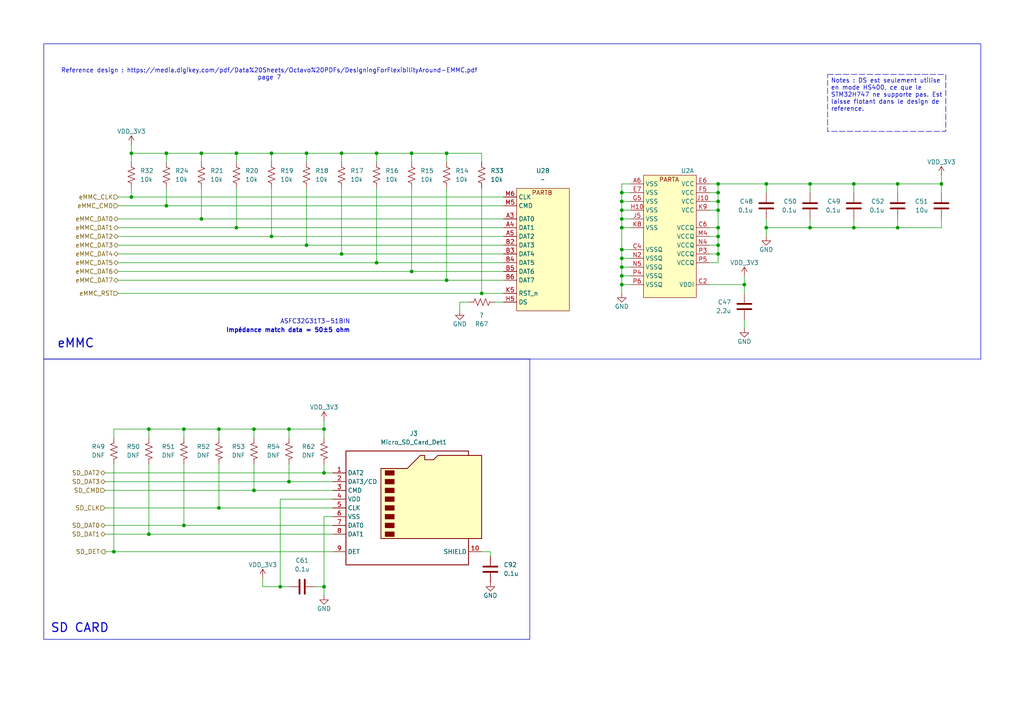
<source format=kicad_sch>
(kicad_sch (version 20250114) (generator "eeschema") (generator_version "9.0")
  (paper "A4")
  (lib_symbols
    (symbol "Connector:Micro_SD_Card_Det1"
      (property "Reference" "J" (at -16.51 17.78 0))
      (property "Value" "Micro_SD_Card_Det1" (at 16.51 17.78 0))
      (symbol "Micro_SD_Card_Det1_0_1"
        (polyline (pts (xy -8.89 -8.89) (xy -8.89 11.43) (xy -1.27 11.43) (xy 2.54 15.24) (xy 3.81 15.24) (xy 3.81 13.97) (xy 6.35 13.97) (xy 7.62 15.24) (xy 20.32 15.24) (xy 20.32 -8.89) (xy -8.89 -8.89)) (stroke (width 0.254)) (fill (type background)))
        (rectangle (start -7.62 10.795) (end -5.08 9.525) (stroke (width 0.254)) (fill (type outline)))
        (rectangle (start -7.62 8.255) (end -5.08 6.985) (stroke (width 0.254)) (fill (type outline)))
        (rectangle (start -7.62 5.715) (end -5.08 4.445) (stroke (width 0.254)) (fill (type outline)))
        (rectangle (start -7.62 3.175) (end -5.08 1.905) (stroke (width 0.254)) (fill (type outline)))
        (rectangle (start -7.62 0.635) (end -5.08 -0.635) (stroke (width 0.254)) (fill (type outline)))
        (rectangle (start -7.62 -1.905) (end -5.08 -3.175) (stroke (width 0.254)) (fill (type outline)))
        (rectangle (start -7.62 -4.445) (end -5.08 -5.715) (stroke (width 0.254)) (fill (type outline)))
        (rectangle (start -7.62 -6.985) (end -5.08 -8.255) (stroke (width 0.254)) (fill (type outline)))
        (polyline (pts (xy 16.51 15.24) (xy 16.51 16.51) (xy -19.05 16.51) (xy -19.05 -16.51) (xy 16.51 -16.51) (xy 16.51 -8.89)) (stroke (width 0.254)))
      )
      (symbol "Micro_SD_Card_Det1_1_1"
        (pin bidirectional line (at -22.86 10.16 0) (length 3.81) (name "DAT2") (number "1"))
        (pin bidirectional line (at -22.86 7.62 0) (length 3.81) (name "DAT3/CD") (number "2"))
        (pin input line (at -22.86 5.08 0) (length 3.81) (name "CMD") (number "3"))
        (pin power_in line (at -22.86 2.54 0) (length 3.81) (name "VDD") (number "4"))
        (pin input line (at -22.86 0 0) (length 3.81) (name "CLK") (number "5"))
        (pin power_in line (at -22.86 -2.54 0) (length 3.81) (name "VSS") (number "6"))
        (pin bidirectional line (at -22.86 -5.08 0) (length 3.81) (name "DAT0") (number "7"))
        (pin bidirectional line (at -22.86 -7.62 0) (length 3.81) (name "DAT1") (number "8"))
        (pin passive line (at -22.86 -12.7 0) (length 3.81) (name "DET") (number "9"))
        (pin passive line (at 20.32 -12.7 180) (length 3.81) (name "SHIELD") (number "10"))
      )
    )
    (symbol "Device:C" (pin_numbers (hide yes)) (pin_names (offset 0.254))
      (property "Reference" "C" (at 0.635 2.54 0))
      (property "Value" "C" (at 0.635 -2.54 0))
      (symbol "C_0_1"
        (polyline (pts (xy -2.032 0.762) (xy 2.032 0.762)) (stroke (width 0.508)))
        (polyline (pts (xy -2.032 -0.762) (xy 2.032 -0.762)) (stroke (width 0.508)))
      )
      (symbol "C_1_1"
        (pin passive line (at 0 3.81 270) (length 2.794) (name "~") (number "1"))
        (pin passive line (at 0 -3.81 90) (length 2.794) (name "~") (number "2"))
      )
    )
    (symbol "Device:R_US" (pin_numbers (hide yes)) (pin_names (offset 0))
      (property "Reference" "R" (at 2.54 0 90))
      (property "Value" "R_US" (at -2.54 0 90))
      (symbol "R_US_0_1"
        (polyline (pts (xy 0 2.286) (xy 0 2.54)))
        (polyline (pts (xy 0 2.286) (xy 1.016 1.905) (xy 0 1.524) (xy -1.016 1.143) (xy 0 0.762)))
        (polyline (pts (xy 0 0.762) (xy 1.016 0.381) (xy 0 0) (xy -1.016 -0.381) (xy 0 -0.762)))
        (polyline (pts (xy 0 -0.762) (xy 1.016 -1.143) (xy 0 -1.524) (xy -1.016 -1.905) (xy 0 -2.286)))
        (polyline (pts (xy 0 -2.286) (xy 0 -2.54)))
      )
      (symbol "R_US_1_1"
        (pin passive line (at 0 3.81 270) (length 1.27) (name "~") (number "1"))
        (pin passive line (at 0 -3.81 90) (length 1.27) (name "~") (number "2"))
      )
    )
    (symbol "FSU_LIB:ASFC32G31T3-51BIN"
      (property "Reference" "U" (at -7.112 18.796 0))
      (symbol "ASFC32G31T3-51BIN_1_1"
        (rectangle (start -7.62 17.78) (end 7.62 -17.78) (fill (type background)))
        (text "PARTA\n" (at 0.254 16.51 0) (effects (font (size 1.27 1.27))))
        (pin power_in line (at -11.43 15.24 0) (length 3.81) (name "VCC") (number "E6"))
        (pin power_in line (at -11.43 12.7 0) (length 3.81) (name "VCC") (number "F5"))
        (pin power_in line (at -11.43 10.16 0) (length 3.81) (name "VCC") (number "J10"))
        (pin power_in line (at -11.43 7.62 0) (length 3.81) (name "VCC") (number "K9"))
        (pin power_in line (at -11.43 2.54 0) (length 3.81) (name "VCCQ") (number "C6"))
        (pin power_in line (at -11.43 0 0) (length 3.81) (name "VCCQ") (number "M4"))
        (pin power_in line (at -11.43 -2.54 0) (length 3.81) (name "VCCQ") (number "N4"))
        (pin power_in line (at -11.43 -5.08 0) (length 3.81) (name "VCCQ") (number "P3"))
        (pin power_in line (at -11.43 -7.62 0) (length 3.81) (name "VCCQ") (number "P5"))
        (pin power_in line (at -11.43 -13.97 0) (length 3.81) (name "VDDI") (number "C2"))
        (pin power_out line (at 11.43 15.24 180) (length 3.81) (name "VSS") (number "A6"))
        (pin power_out line (at 11.43 12.7 180) (length 3.81) (name "VSS") (number "E7"))
        (pin power_out line (at 11.43 10.16 180) (length 3.81) (name "VSS") (number "G5"))
        (pin power_out line (at 11.43 7.62 180) (length 3.81) (name "VSS") (number "H10"))
        (pin power_out line (at 11.43 5.08 180) (length 3.81) (name "VSS") (number "J5"))
        (pin power_out line (at 11.43 2.54 180) (length 3.81) (name "VSS") (number "K8"))
        (pin power_out line (at 11.43 -3.81 180) (length 3.81) (name "VSSQ") (number "C4"))
        (pin power_out line (at 11.43 -6.35 180) (length 3.81) (name "VSSQ") (number "N2"))
        (pin power_out line (at 11.43 -8.89 180) (length 3.81) (name "VSSQ") (number "N5"))
        (pin power_out line (at 11.43 -11.43 180) (length 3.81) (name "VSSQ") (number "P4"))
        (pin power_out line (at 11.43 -13.97 180) (length 3.81) (name "VSSQ") (number "P6"))
      )
      (symbol "ASFC32G31T3-51BIN_2_1"
        (rectangle (start -7.62 17.78) (end 7.62 -17.78) (fill (type background)))
        (text "PARTB\n" (at 0.254 16.51 0) (effects (font (size 1.27 1.27))))
        (pin input line (at 11.43 15.24 180) (length 3.81) (name "CLK") (number "M6"))
        (pin bidirectional line (at 11.43 12.7 180) (length 3.81) (name "CMD") (number "M5"))
        (pin bidirectional line (at 11.43 8.89 180) (length 3.81) (name "DAT0") (number "A3"))
        (pin bidirectional line (at 11.43 6.35 180) (length 3.81) (name "DAT1") (number "A4"))
        (pin bidirectional line (at 11.43 3.81 180) (length 3.81) (name "DAT2") (number "A5"))
        (pin bidirectional line (at 11.43 1.27 180) (length 3.81) (name "DAT3") (number "B2"))
        (pin bidirectional line (at 11.43 -1.27 180) (length 3.81) (name "DAT4") (number "B3"))
        (pin power_out line (at 11.43 -3.81 180) (length 3.81) (name "DAT5") (number "B4"))
        (pin power_out line (at 11.43 -6.35 180) (length 3.81) (name "DAT6") (number "B5"))
        (pin power_out line (at 11.43 -8.89 180) (length 3.81) (name "DAT7") (number "B6"))
        (pin power_out line (at 11.43 -12.7 180) (length 3.81) (name "RST_n") (number "K5"))
        (pin power_out line (at 11.43 -15.24 180) (length 3.81) (name "DS") (number "H5"))
      )
    )
    (symbol "power:+3V3" (power) (pin_numbers (hide yes)) (pin_names (offset 0) (hide yes))
      (property "Value" "+3V3" (at 0 3.556 0))
      (symbol "+3V3_0_1"
        (polyline (pts (xy -0.762 1.27) (xy 0 2.54)))
        (polyline (pts (xy 0 2.54) (xy 0.762 1.27)))
        (polyline (pts (xy 0 0) (xy 0 2.54)))
      )
      (symbol "+3V3_1_1"
        (pin power_in line (at 0 0 90) (length 0) (name "~") (number "1"))
      )
    )
    (symbol "power:GND" (power) (pin_numbers (hide yes)) (pin_names (offset 0) (hide yes))
      (property "Value" "GND" (at 0 -3.81 0))
      (symbol "GND_0_1"
        (polyline (pts (xy 0 0) (xy 0 -1.27) (xy 1.27 -1.27) (xy 0 -2.54) (xy -1.27 -1.27) (xy 0 -1.27)))
      )
      (symbol "GND_1_1"
        (pin power_in line (at 0 0 270) (length 0) (name "~") (number "1"))
      )
    )
    (symbol "power:VCC" (power) (pin_numbers (hide yes)) (pin_names (offset 0) (hide yes))
      (property "Value" "VCC" (at 0 3.556 0))
      (symbol "VCC_0_1"
        (polyline (pts (xy -0.762 1.27) (xy 0 2.54)))
        (polyline (pts (xy 0 2.54) (xy 0.762 1.27)))
        (polyline (pts (xy 0 0) (xy 0 2.54)))
      )
      (symbol "VCC_1_1"
        (pin power_in line (at 0 0 90) (length 0) (name "~") (number "1"))
      )
    )
  )
  (rectangle (start 12.7 12.7) (end 284.48 104.14))
  (rectangle (start 12.7 104.14) (end 153.67 185.42))
  (text "SD CARD" (at 14.605 182.245 0) (effects (font (size 2.54 2.54) (thickness 0.3175)) (justify left)))
  (text "eMMC" (at 16.51 99.695 0) (effects (font (size 2.54 2.54) (thickness 0.3175)) (justify left)))
  (text "Reference design : https://media.digikey.com/pdf/Data%20Sheets/Octavo%20PDFs/DesigningForFlexibilityAround-EMMC.pdf\npage 7" (at 78.105 21.59 0) (effects (font (size 1.27 1.27))))
  (text "Impédance match data = 50±5 ohm" (at 101.6 95.885 0) (effects (font (size 1.27 1.27) (thickness 0.254) (bold yes)) (justify right)))
  (text "ASFC32G31T3-51BIN" (at 101.6 93.345 0) (effects (font (size 1.27 1.27) (thickness 0.1588)) (justify right)))
  (text_box "Notes : DS est seulement utilise en mode HS400, ce que le STM32H747 ne supporte pas. Est laisse flotant dans le design de reference." (at 240.03 21.59 0) (size 34.29 16.51) (margins 0.9525 0.9525 0.9525 0.9525) (stroke (width 0) (type dash)) (effects (font (size 1.27 1.27)) (justify left top)))
  (junction (at 222.25 66.04))
  (junction (at 109.22 76.2))
  (junction (at 234.95 66.04))
  (junction (at 38.1 44.45))
  (junction (at 215.9 82.55))
  (junction (at 139.7 85.09))
  (junction (at 208.28 71.12))
  (junction (at 63.5 147.32))
  (junction (at 58.42 63.5))
  (junction (at 53.34 124.46))
  (junction (at 222.25 53.34))
  (junction (at 180.34 74.93))
  (junction (at 38.1 57.15))
  (junction (at 180.34 77.47))
  (junction (at 93.98 124.46))
  (junction (at 43.18 124.46))
  (junction (at 33.02 160.02))
  (junction (at 99.06 73.66))
  (junction (at 81.28 170.18))
  (junction (at 58.42 44.45))
  (junction (at 109.22 44.45))
  (junction (at 129.54 81.28))
  (junction (at 88.9 44.45))
  (junction (at 119.38 78.74))
  (junction (at 234.95 53.34))
  (junction (at 43.18 154.94))
  (junction (at 93.98 137.16))
  (junction (at 247.65 66.04))
  (junction (at 208.28 53.34))
  (junction (at 260.35 53.34))
  (junction (at 48.26 59.69))
  (junction (at 260.35 66.04))
  (junction (at 78.74 68.58))
  (junction (at 180.34 66.04))
  (junction (at 247.65 53.34))
  (junction (at 83.82 124.46))
  (junction (at 180.34 82.55))
  (junction (at 83.82 139.7))
  (junction (at 208.28 55.88))
  (junction (at 208.28 60.96))
  (junction (at 88.9 71.12))
  (junction (at 180.34 58.42))
  (junction (at 68.58 66.04))
  (junction (at 180.34 72.39))
  (junction (at 180.34 60.96))
  (junction (at 180.34 63.5))
  (junction (at 93.98 170.18))
  (junction (at 208.28 68.58))
  (junction (at 68.58 44.45))
  (junction (at 129.54 44.45))
  (junction (at 48.26 44.45))
  (junction (at 73.66 124.46))
  (junction (at 78.74 44.45))
  (junction (at 208.28 58.42))
  (junction (at 73.66 142.24))
  (junction (at 180.34 55.88))
  (junction (at 180.34 80.01))
  (junction (at 273.05 53.34))
  (junction (at 63.5 124.46))
  (junction (at 119.38 44.45))
  (junction (at 208.28 66.04))
  (junction (at 53.34 152.4))
  (junction (at 99.06 44.45))
  (junction (at 208.28 73.66))
  (wire (pts (xy 180.34 72.39) (xy 182.88 72.39)))
  (wire (pts (xy 143.51 87.63) (xy 146.05 87.63)))
  (wire (pts (xy 146.05 71.12) (xy 88.9 71.12)))
  (wire (pts (xy 73.66 127) (xy 73.66 124.46)))
  (wire (pts (xy 73.66 124.46) (xy 63.5 124.46)))
  (wire (pts (xy 109.22 44.45) (xy 99.06 44.45)))
  (wire (pts (xy 208.28 55.88) (xy 205.74 55.88)))
  (wire (pts (xy 180.34 77.47) (xy 180.34 80.01)))
  (wire (pts (xy 43.18 134.62) (xy 43.18 154.94)))
  (wire (pts (xy 91.44 170.18) (xy 93.98 170.18)))
  (wire (pts (xy 222.25 53.34) (xy 208.28 53.34)))
  (wire (pts (xy 78.74 44.45) (xy 78.74 46.99)))
  (wire (pts (xy 208.28 60.96) (xy 205.74 60.96)))
  (wire (pts (xy 180.34 58.42) (xy 182.88 58.42)))
  (wire (pts (xy 208.28 66.04) (xy 205.74 66.04)))
  (wire (pts (xy 180.34 82.55) (xy 182.88 82.55)))
  (wire (pts (xy 180.34 66.04) (xy 180.34 63.5)))
  (wire (pts (xy 273.05 66.04) (xy 273.05 63.5)))
  (wire (pts (xy 146.05 66.04) (xy 68.58 66.04)))
  (wire (pts (xy 76.2 170.18) (xy 81.28 170.18)))
  (wire (pts (xy 273.05 50.8) (xy 273.05 53.34)))
  (wire (pts (xy 83.82 124.46) (xy 83.82 127)))
  (wire (pts (xy 208.28 68.58) (xy 208.28 71.12)))
  (wire (pts (xy 139.7 44.45) (xy 139.7 46.99)))
  (wire (pts (xy 109.22 54.61) (xy 109.22 76.2)))
  (wire (pts (xy 180.34 74.93) (xy 182.88 74.93)))
  (wire (pts (xy 208.28 60.96) (xy 208.28 66.04)))
  (wire (pts (xy 180.34 58.42) (xy 180.34 55.88)))
  (wire (pts (xy 215.9 92.71) (xy 215.9 95.25)))
  (wire (pts (xy 93.98 124.46) (xy 93.98 127)))
  (wire (pts (xy 180.34 66.04) (xy 182.88 66.04)))
  (wire (pts (xy 208.28 73.66) (xy 208.28 76.2)))
  (wire (pts (xy 129.54 81.28) (xy 34.29 81.28)))
  (wire (pts (xy 109.22 76.2) (xy 34.29 76.2)))
  (wire (pts (xy 83.82 124.46) (xy 93.98 124.46)))
  (wire (pts (xy 33.02 134.62) (xy 33.02 160.02)))
  (wire (pts (xy 93.98 149.86) (xy 93.98 170.18)))
  (wire (pts (xy 63.5 134.62) (xy 63.5 147.32)))
  (wire (pts (xy 247.65 53.34) (xy 234.95 53.34)))
  (wire (pts (xy 273.05 53.34) (xy 273.05 55.88)))
  (wire (pts (xy 146.05 68.58) (xy 78.74 68.58)))
  (wire (pts (xy 180.34 66.04) (xy 180.34 72.39)))
  (wire (pts (xy 33.02 160.02) (xy 96.52 160.02)))
  (wire (pts (xy 180.34 60.96) (xy 182.88 60.96)))
  (wire (pts (xy 63.5 124.46) (xy 53.34 124.46)))
  (wire (pts (xy 180.34 72.39) (xy 180.34 74.93)))
  (wire (pts (xy 58.42 63.5) (xy 34.29 63.5)))
  (wire (pts (xy 93.98 134.62) (xy 93.98 137.16)))
  (wire (pts (xy 48.26 54.61) (xy 48.26 59.69)))
  (wire (pts (xy 247.65 53.34) (xy 247.65 55.88)))
  (wire (pts (xy 133.35 87.63) (xy 135.89 87.63)))
  (wire (pts (xy 129.54 54.61) (xy 129.54 81.28)))
  (wire (pts (xy 88.9 44.45) (xy 78.74 44.45)))
  (wire (pts (xy 88.9 71.12) (xy 34.29 71.12)))
  (wire (pts (xy 83.82 134.62) (xy 83.82 139.7)))
  (wire (pts (xy 215.9 80.01) (xy 215.9 82.55)))
  (wire (pts (xy 133.35 90.17) (xy 133.35 87.63)))
  (wire (pts (xy 273.05 66.04) (xy 260.35 66.04)))
  (wire (pts (xy 260.35 66.04) (xy 247.65 66.04)))
  (wire (pts (xy 96.52 149.86) (xy 93.98 149.86)))
  (wire (pts (xy 83.82 124.46) (xy 73.66 124.46)))
  (wire (pts (xy 30.48 142.24) (xy 73.66 142.24)))
  (wire (pts (xy 208.28 73.66) (xy 205.74 73.66)))
  (wire (pts (xy 43.18 124.46) (xy 53.34 124.46)))
  (wire (pts (xy 146.05 63.5) (xy 58.42 63.5)))
  (wire (pts (xy 73.66 134.62) (xy 73.66 142.24)))
  (wire (pts (xy 81.28 144.78) (xy 81.28 170.18)))
  (wire (pts (xy 30.48 147.32) (xy 63.5 147.32)))
  (wire (pts (xy 119.38 54.61) (xy 119.38 78.74)))
  (wire (pts (xy 63.5 124.46) (xy 63.5 127)))
  (wire (pts (xy 146.05 85.09) (xy 139.7 85.09)))
  (wire (pts (xy 215.9 82.55) (xy 205.74 82.55)))
  (wire (pts (xy 43.18 154.94) (xy 96.52 154.94)))
  (wire (pts (xy 146.05 76.2) (xy 109.22 76.2)))
  (wire (pts (xy 142.24 160.02) (xy 139.7 160.02)))
  (wire (pts (xy 48.26 44.45) (xy 38.1 44.45)))
  (wire (pts (xy 273.05 53.34) (xy 260.35 53.34)))
  (wire (pts (xy 260.35 66.04) (xy 260.35 63.5)))
  (wire (pts (xy 30.48 154.94) (xy 43.18 154.94)))
  (wire (pts (xy 99.06 54.61) (xy 99.06 73.66)))
  (wire (pts (xy 48.26 44.45) (xy 48.26 46.99)))
  (wire (pts (xy 30.48 152.4) (xy 53.34 152.4)))
  (wire (pts (xy 208.28 66.04) (xy 208.28 68.58)))
  (wire (pts (xy 76.2 170.18) (xy 76.2 167.64)))
  (wire (pts (xy 119.38 44.45) (xy 109.22 44.45)))
  (wire (pts (xy 180.34 77.47) (xy 182.88 77.47)))
  (wire (pts (xy 222.25 53.34) (xy 222.25 55.88)))
  (wire (pts (xy 43.18 127) (xy 43.18 124.46)))
  (wire (pts (xy 146.05 81.28) (xy 129.54 81.28)))
  (wire (pts (xy 58.42 46.99) (xy 58.42 44.45)))
  (wire (pts (xy 88.9 54.61) (xy 88.9 71.12)))
  (wire (pts (xy 247.65 63.5) (xy 247.65 66.04)))
  (wire (pts (xy 78.74 68.58) (xy 34.29 68.58)))
  (wire (pts (xy 222.25 63.5) (xy 222.25 66.04)))
  (wire (pts (xy 180.34 53.34) (xy 182.88 53.34)))
  (wire (pts (xy 247.65 66.04) (xy 234.95 66.04)))
  (wire (pts (xy 68.58 44.45) (xy 68.58 46.99)))
  (wire (pts (xy 38.1 44.45) (xy 38.1 46.99)))
  (wire (pts (xy 208.28 58.42) (xy 208.28 60.96)))
  (wire (pts (xy 58.42 54.61) (xy 58.42 63.5)))
  (wire (pts (xy 78.74 44.45) (xy 68.58 44.45)))
  (wire (pts (xy 93.98 121.92) (xy 93.98 124.46)))
  (wire (pts (xy 260.35 53.34) (xy 247.65 53.34)))
  (wire (pts (xy 129.54 44.45) (xy 129.54 46.99)))
  (wire (pts (xy 234.95 53.34) (xy 234.95 55.88)))
  (wire (pts (xy 208.28 71.12) (xy 205.74 71.12)))
  (wire (pts (xy 234.95 66.04) (xy 222.25 66.04)))
  (wire (pts (xy 208.28 53.34) (xy 205.74 53.34)))
  (wire (pts (xy 208.28 58.42) (xy 205.74 58.42)))
  (wire (pts (xy 180.34 63.5) (xy 182.88 63.5)))
  (wire (pts (xy 146.05 57.15) (xy 38.1 57.15)))
  (wire (pts (xy 99.06 44.45) (xy 99.06 46.99)))
  (wire (pts (xy 96.52 144.78) (xy 81.28 144.78)))
  (wire (pts (xy 180.34 58.42) (xy 180.34 60.96)))
  (wire (pts (xy 215.9 82.55) (xy 215.9 85.09)))
  (wire (pts (xy 88.9 46.99) (xy 88.9 44.45)))
  (wire (pts (xy 208.28 53.34) (xy 208.28 55.88)))
  (wire (pts (xy 146.05 59.69) (xy 48.26 59.69)))
  (wire (pts (xy 139.7 44.45) (xy 129.54 44.45)))
  (wire (pts (xy 208.28 76.2) (xy 205.74 76.2)))
  (wire (pts (xy 73.66 142.24) (xy 96.52 142.24)))
  (wire (pts (xy 180.34 63.5) (xy 180.34 60.96)))
  (wire (pts (xy 208.28 55.88) (xy 208.28 58.42)))
  (wire (pts (xy 93.98 170.18) (xy 93.98 172.72)))
  (wire (pts (xy 30.48 160.02) (xy 33.02 160.02)))
  (wire (pts (xy 30.48 137.16) (xy 93.98 137.16)))
  (wire (pts (xy 180.34 80.01) (xy 180.34 82.55)))
  (wire (pts (xy 99.06 73.66) (xy 34.29 73.66)))
  (wire (pts (xy 208.28 68.58) (xy 205.74 68.58)))
  (wire (pts (xy 180.34 74.93) (xy 180.34 77.47)))
  (wire (pts (xy 30.48 139.7) (xy 83.82 139.7)))
  (wire (pts (xy 63.5 147.32) (xy 96.52 147.32)))
  (wire (pts (xy 142.24 160.02) (xy 142.24 161.29)))
  (wire (pts (xy 83.82 139.7) (xy 96.52 139.7)))
  (wire (pts (xy 146.05 73.66) (xy 99.06 73.66)))
  (wire (pts (xy 99.06 44.45) (xy 88.9 44.45)))
  (wire (pts (xy 33.02 124.46) (xy 33.02 127)))
  (wire (pts (xy 78.74 54.61) (xy 78.74 68.58)))
  (wire (pts (xy 43.18 124.46) (xy 33.02 124.46)))
  (wire (pts (xy 180.34 55.88) (xy 182.88 55.88)))
  (wire (pts (xy 68.58 66.04) (xy 34.29 66.04)))
  (wire (pts (xy 234.95 63.5) (xy 234.95 66.04)))
  (wire (pts (xy 58.42 44.45) (xy 48.26 44.45)))
  (wire (pts (xy 180.34 55.88) (xy 180.34 53.34)))
  (wire (pts (xy 81.28 170.18) (xy 83.82 170.18)))
  (wire (pts (xy 208.28 71.12) (xy 208.28 73.66)))
  (wire (pts (xy 38.1 57.15) (xy 34.29 57.15)))
  (wire (pts (xy 53.34 124.46) (xy 53.34 127)))
  (wire (pts (xy 68.58 44.45) (xy 58.42 44.45)))
  (wire (pts (xy 180.34 85.09) (xy 180.34 82.55)))
  (wire (pts (xy 109.22 44.45) (xy 109.22 46.99)))
  (wire (pts (xy 93.98 137.16) (xy 96.52 137.16)))
  (wire (pts (xy 129.54 44.45) (xy 119.38 44.45)))
  (wire (pts (xy 119.38 78.74) (xy 34.29 78.74)))
  (wire (pts (xy 139.7 85.09) (xy 34.29 85.09)))
  (wire (pts (xy 139.7 54.61) (xy 139.7 85.09)))
  (wire (pts (xy 234.95 53.34) (xy 222.25 53.34)))
  (wire (pts (xy 53.34 152.4) (xy 96.52 152.4)))
  (wire (pts (xy 48.26 59.69) (xy 34.29 59.69)))
  (wire (pts (xy 180.34 80.01) (xy 182.88 80.01)))
  (wire (pts (xy 260.35 53.34) (xy 260.35 55.88)))
  (wire (pts (xy 222.25 68.58) (xy 222.25 66.04)))
  (wire (pts (xy 119.38 44.45) (xy 119.38 46.99)))
  (wire (pts (xy 38.1 41.91) (xy 38.1 44.45)))
  (wire (pts (xy 38.1 54.61) (xy 38.1 57.15)))
  (wire (pts (xy 53.34 134.62) (xy 53.34 152.4)))
  (wire (pts (xy 146.05 78.74) (xy 119.38 78.74)))
  (wire (pts (xy 68.58 54.61) (xy 68.58 66.04)))
  (hierarchical_label "eMMC_DAT2" (shape bidirectional) (at 34.29 68.58 180))
  (hierarchical_label "eMMC_CMD" (shape input) (at 34.29 59.69 180))
  (hierarchical_label "eMMC_DAT1" (shape bidirectional) (at 34.29 66.04 180))
  (hierarchical_label "eMMC_DAT3" (shape bidirectional) (at 34.29 71.12 180))
  (hierarchical_label "eMMC_DAT0" (shape bidirectional) (at 34.29 63.5 180))
  (hierarchical_label "eMMC_DAT6" (shape bidirectional) (at 34.29 78.74 180))
  (hierarchical_label "eMMC_DAT4" (shape bidirectional) (at 34.29 73.66 180))
  (hierarchical_label "eMMC_RST" (shape input) (at 34.29 85.09 180))
  (hierarchical_label "eMMC_DAT7" (shape bidirectional) (at 34.29 81.28 180))
  (hierarchical_label "eMMC_DAT5" (shape bidirectional) (at 34.29 76.2 180))
  (hierarchical_label "eMMC_CLK" (shape input) (at 34.29 57.15 180))
  (hierarchical_label "SD_CMD" (shape input) (at 30.48 142.24 180))
  (hierarchical_label "SD_CLK" (shape input) (at 30.48 147.32 180))
  (hierarchical_label "SD_DAT1" (shape bidirectional) (at 30.48 154.94 180))
  (hierarchical_label "SD_DAT0" (shape bidirectional) (at 30.48 152.4 180))
  (hierarchical_label "SD_DAT3" (shape bidirectional) (at 30.48 139.7 180))
  (hierarchical_label "SD_DAT2" (shape bidirectional) (at 30.48 137.16 180))
  (hierarchical_label "SD_DET" (shape output) (at 30.48 160.02 180))
  (symbol (lib_id "Device:C") (at 215.9 88.9 0) (mirror y) (unit 1)
    (property "Reference" "C47" (at 212.09 87.6299 0) (effects (justify left)))
    (property "Value" "2.2u" (at 212.09 90.1699 0) (effects (justify left)))
    (property "Description" "Unpolarized capacitor" (effects (hide yes)))
  )
  (symbol (lib_id "Device:R_US") (at 129.54 50.8 0) (unit 1)
    (property "Reference" "R14" (at 132.08 49.5299 0) (effects (justify left)))
    (property "Value" "10k" (at 132.08 52.0699 0) (effects (justify left)))
    (property "Description" "Resistor, US symbol" (effects (hide yes)))
  )
  (symbol (lib_id "Device:R_US") (at 139.7 87.63 90) (unit 1)
    (property "Reference" "R67" (at 139.7 93.98 90))
    (property "Value" "?" (at 139.7 91.44 90))
    (property "Description" "Resistor, US symbol" (effects (hide yes)))
  )
  (symbol (lib_id "power:VCC") (at 38.1 41.91 0) (mirror y) (unit 1)
    (property "Reference" "#PWR079" (effects (hide yes)))
    (property "Value" "VDD_3V3" (at 38.1 38.1 0))
    (property "Description" "Power symbol creates a global label with name \"VCC\"" (effects (hide yes)))
  )
  (symbol (lib_id "Device:C") (at 273.05 59.69 0) (mirror y) (unit 1)
    (property "Reference" "C51" (at 269.24 58.4199 0) (effects (justify left)))
    (property "Value" "10u" (at 269.24 60.9599 0) (effects (justify left)))
    (property "Description" "Unpolarized capacitor" (effects (hide yes)))
  )
  (symbol (lib_id "power:GND") (at 93.98 172.72 0) (unit 1)
    (property "Reference" "#PWR039" (effects (hide yes)))
    (property "Value" "GND" (at 93.98 176.53 0))
    (property "Description" "Power symbol creates a global label with name \"GND\" , ground" (effects (hide yes)))
  )
  (symbol (lib_id "Device:R_US") (at 119.38 50.8 0) (unit 1)
    (property "Reference" "R15" (at 121.92 49.5299 0) (effects (justify left)))
    (property "Value" "10k" (at 121.92 52.0699 0) (effects (justify left)))
    (property "Description" "Resistor, US symbol" (effects (hide yes)))
  )
  (symbol (lib_id "Device:R_US") (at 139.7 50.8 0) (unit 1)
    (property "Reference" "R33" (at 142.24 49.5299 0) (effects (justify left)))
    (property "Value" "10k" (at 142.24 52.0699 0) (effects (justify left)))
    (property "Description" "Resistor, US symbol" (effects (hide yes)))
  )
  (symbol (lib_id "Device:C") (at 222.25 59.69 0) (mirror y) (unit 1)
    (property "Reference" "C48" (at 218.44 58.4199 0) (effects (justify left)))
    (property "Value" "0.1u" (at 218.44 60.9599 0) (effects (justify left)))
    (property "Description" "Unpolarized capacitor" (effects (hide yes)))
  )
  (symbol (lib_id "Device:C") (at 87.63 170.18 270) (unit 1)
    (property "Reference" "C61" (at 87.63 162.56 90))
    (property "Value" "0.1u" (at 87.63 165.1 90))
    (property "Description" "Unpolarized capacitor" (effects (hide yes)))
  )
  (symbol (lib_id "Device:R_US") (at 99.06 50.8 0) (unit 1)
    (property "Reference" "R17" (at 101.6 49.5299 0) (effects (justify left)))
    (property "Value" "10k" (at 101.6 52.0699 0) (effects (justify left)))
    (property "Description" "Resistor, US symbol" (effects (hide yes)))
  )
  (symbol (lib_id "power:GND") (at 215.9 95.25 0) (mirror y) (unit 1)
    (property "Reference" "#PWR092" (effects (hide yes)))
    (property "Value" "GND" (at 215.9 99.06 0))
    (property "Description" "Power symbol creates a global label with name \"GND\" , ground" (effects (hide yes)))
  )
  (symbol (lib_id "Device:R_US") (at 38.1 50.8 0) (unit 1)
    (property "Reference" "R32" (at 40.64 49.5299 0) (effects (justify left)))
    (property "Value" "10k" (at 40.64 52.0699 0) (effects (justify left)))
    (property "Description" "Resistor, US symbol" (effects (hide yes)))
  )
  (symbol (lib_id "power:GND") (at 142.24 168.91 0) (unit 1)
    (property "Reference" "#PWR041" (effects (hide yes)))
    (property "Value" "GND" (at 142.24 172.72 0))
    (property "Description" "Power symbol creates a global label with name \"GND\" , ground" (effects (hide yes)))
  )
  (symbol (lib_id "Device:R_US") (at 43.18 130.81 0) (mirror y) (unit 1)
    (property "Reference" "R50" (at 40.64 129.5399 0) (effects (justify left)))
    (property "Value" "DNF" (at 40.64 132.0799 0) (effects (justify left)))
    (property "Description" "Resistor, US symbol" (effects (hide yes)))
  )
  (symbol (lib_id "Device:C") (at 247.65 59.69 0) (mirror y) (unit 1)
    (property "Reference" "C49" (at 243.84 58.4199 0) (effects (justify left)))
    (property "Value" "0.1u" (at 243.84 60.9599 0) (effects (justify left)))
    (property "Description" "Unpolarized capacitor" (effects (hide yes)))
  )
  (symbol (lib_id "Device:R_US") (at 58.42 50.8 0) (unit 1)
    (property "Reference" "R21" (at 60.96 49.5299 0) (effects (justify left)))
    (property "Value" "10k" (at 60.96 52.0699 0) (effects (justify left)))
    (property "Description" "Resistor, US symbol" (effects (hide yes)))
  )
  (symbol (lib_id "Device:R_US") (at 63.5 130.81 0) (mirror y) (unit 1)
    (property "Reference" "R52" (at 60.96 129.5399 0) (effects (justify left)))
    (property "Value" "DNF" (at 60.96 132.0799 0) (effects (justify left)))
    (property "Description" "Resistor, US symbol" (effects (hide yes)))
  )
  (symbol (lib_id "power:VCC") (at 93.98 121.92 0) (unit 1)
    (property "Reference" "#PWR025" (effects (hide yes)))
    (property "Value" "VDD_3V3" (at 93.98 118.11 0))
    (property "Description" "Power symbol creates a global label with name \"VCC\"" (effects (hide yes)))
  )
  (symbol (lib_id "Device:R_US") (at 78.74 50.8 0) (unit 1)
    (property "Reference" "R19" (at 81.28 49.5299 0) (effects (justify left)))
    (property "Value" "10k" (at 81.28 52.0699 0) (effects (justify left)))
    (property "Description" "Resistor, US symbol" (effects (hide yes)))
  )
  (symbol (lib_id "power:GND") (at 180.34 85.09 0) (mirror y) (unit 1)
    (property "Reference" "#PWR026" (effects (hide yes)))
    (property "Value" "GND" (at 180.34 88.9 0))
    (property "Description" "Power symbol creates a global label with name \"GND\" , ground" (effects (hide yes)))
  )
  (symbol (lib_id "Device:R_US") (at 68.58 50.8 0) (unit 1)
    (property "Reference" "R20" (at 71.12 49.5299 0) (effects (justify left)))
    (property "Value" "10k" (at 71.12 52.0699 0) (effects (justify left)))
    (property "Description" "Resistor, US symbol" (effects (hide yes)))
  )
  (symbol (lib_id "Device:R_US") (at 83.82 130.81 0) (mirror y) (unit 1)
    (property "Reference" "R54" (at 81.28 129.5399 0) (effects (justify left)))
    (property "Value" "DNF" (at 81.28 132.0799 0) (effects (justify left)))
    (property "Description" "Resistor, US symbol" (effects (hide yes)))
  )
  (symbol (lib_id "power:+3V3") (at 76.2 167.64 0) (mirror y) (unit 1)
    (property "Reference" "#PWR043" (effects (hide yes)))
    (property "Value" "VDD_3V3" (at 76.2 163.83 0))
    (property "Description" "Power symbol creates a global label with name \"+3V3\"" (effects (hide yes)))
  )
  (symbol (lib_id "Device:R_US") (at 48.26 50.8 0) (unit 1)
    (property "Reference" "R24" (at 50.8 49.5299 0) (effects (justify left)))
    (property "Value" "10k" (at 50.8 52.0699 0) (effects (justify left)))
    (property "Description" "Resistor, US symbol" (effects (hide yes)))
  )
  (symbol (lib_id "Device:C") (at 260.35 59.69 0) (mirror y) (unit 1)
    (property "Reference" "C52" (at 256.54 58.4199 0) (effects (justify left)))
    (property "Value" "0.1u" (at 256.54 60.9599 0) (effects (justify left)))
    (property "Description" "Unpolarized capacitor" (effects (hide yes)))
  )
  (symbol (lib_id "Device:R_US") (at 88.9 50.8 0) (unit 1)
    (property "Reference" "R18" (at 91.44 49.5299 0) (effects (justify left)))
    (property "Value" "10k" (at 91.44 52.0699 0) (effects (justify left)))
    (property "Description" "Resistor, US symbol" (effects (hide yes)))
  )
  (symbol (lib_id "Device:R_US") (at 53.34 130.81 0) (mirror y) (unit 1)
    (property "Reference" "R51" (at 50.8 129.5399 0) (effects (justify left)))
    (property "Value" "DNF" (at 50.8 132.0799 0) (effects (justify left)))
    (property "Description" "Resistor, US symbol" (effects (hide yes)))
  )
  (symbol (lib_id "Device:R_US") (at 109.22 50.8 0) (unit 1)
    (property "Reference" "R16" (at 111.76 49.5299 0) (effects (justify left)))
    (property "Value" "10k" (at 111.76 52.0699 0) (effects (justify left)))
    (property "Description" "Resistor, US symbol" (effects (hide yes)))
  )
  (symbol (lib_id "Device:C") (at 234.95 59.69 0) (mirror y) (unit 1)
    (property "Reference" "C50" (at 231.14 58.4199 0) (effects (justify left)))
    (property "Value" "0.1u" (at 231.14 60.9599 0) (effects (justify left)))
    (property "Description" "Unpolarized capacitor" (effects (hide yes)))
  )
  (symbol (lib_id "FSU_LIB:ASFC32G31T3-51BIN") (at 194.31 68.58 0) (mirror y) (unit 1)
    (property "Reference" "U2" (at 199.39 49.53 0))
    (property "Footprint" "Package_BGA:LFBGA-153_11.5x13mm_Layout14x14_P0.5mm" (effects (hide yes)))
    (property "Datasheet" "https://www.alliancememory.com/wp-content/uploads/AllianceMemory__32GB_64GB_128GB_ASFC32G31T3-51BIN_ASFC64G31T5-51BIN_ASFC.pdf" (effects (hide yes)))
    (property "Description" "IC FLASH 256GBIT EMMC 153FBGA" (effects (hide yes)))
    (property "Digikey" "https://www.digikey.ca/en/products/detail/alliance-memory-inc/ASFC32G31T3-51BIN/21801876" (effects (hide yes)))
  )
  (symbol (lib_id "Connector:Micro_SD_Card_Det1") (at 119.38 147.32 0) (unit 1)
    (property "Reference" "J3" (at 120.015 125.73 0))
    (property "Value" "Micro_SD_Card_Det1" (at 120.015 128.27 0))
    (property "Footprint" "UserFootprints:GCT_MEM2075-00-140-01-A" (effects (hide yes)))
    (property "Datasheet" "https://datasheet.lcsc.com/lcsc/2110151630_XKB-Connectivity-XKTF-015-N_C381082.pdf" (effects (hide yes)))
    (property "Description" "Micro SD Card Socket with one card detection pin" (effects (hide yes)))
  )
  (symbol (lib_id "power:VCC") (at 273.05 50.8 0) (mirror y) (unit 1)
    (property "Reference" "#PWR096" (effects (hide yes)))
    (property "Value" "VDD_3V3" (at 273.05 46.99 0))
    (property "Description" "Power symbol creates a global label with name \"VCC\"" (effects (hide yes)))
  )
  (symbol (lib_id "power:GND") (at 133.35 90.17 0) (mirror y) (unit 1)
    (property "Reference" "#PWR0134" (effects (hide yes)))
    (property "Value" "GND" (at 133.35 93.98 0))
    (property "Description" "Power symbol creates a global label with name \"GND\" , ground" (effects (hide yes)))
  )
  (symbol (lib_id "FSU_LIB:ASFC32G31T3-51BIN") (at 157.48 72.39 0) (mirror y) (unit 2)
    (property "Reference" "U2" (at 157.48 49.53 0))
    (property "Value" "~" (at 157.48 52.07 0))
    (property "Footprint" "Package_BGA:LFBGA-153_11.5x13mm_Layout14x14_P0.5mm" (effects (hide yes)))
    (property "Datasheet" "https://www.alliancememory.com/wp-content/uploads/AllianceMemory__32GB_64GB_128GB_ASFC32G31T3-51BIN_ASFC64G31T5-51BIN_ASFC.pdf" (effects (hide yes)))
    (property "Description" "IC FLASH 256GBIT EMMC 153FBGA" (effects (hide yes)))
    (property "Digikey" "https://www.digikey.ca/en/products/detail/alliance-memory-inc/ASFC32G31T3-51BIN/21801876" (effects (hide yes)))
  )
  (symbol (lib_id "power:VCC") (at 215.9 80.01 0) (mirror y) (unit 1)
    (property "Reference" "#PWR088" (effects (hide yes)))
    (property "Value" "VDD_3V3" (at 215.9 76.2 0))
    (property "Description" "Power symbol creates a global label with name \"VCC\"" (effects (hide yes)))
  )
  (symbol (lib_id "Device:R_US") (at 93.98 130.81 0) (mirror y) (unit 1)
    (property "Reference" "R62" (at 91.44 129.5399 0) (effects (justify left)))
    (property "Value" "DNF" (at 91.44 132.0799 0) (effects (justify left)))
    (property "Description" "Resistor, US symbol" (effects (hide yes)))
  )
  (symbol (lib_id "Device:R_US") (at 33.02 130.81 0) (mirror y) (unit 1)
    (property "Reference" "R49" (at 30.48 129.5399 0) (effects (justify left)))
    (property "Value" "DNF" (at 30.48 132.0799 0) (effects (justify left)))
    (property "Description" "Resistor, US symbol" (effects (hide yes)))
  )
  (symbol (lib_id "power:GND") (at 222.25 68.58 0) (mirror y) (unit 1)
    (property "Reference" "#PWR0104" (effects (hide yes)))
    (property "Value" "GND" (at 222.25 72.39 0))
    (property "Description" "Power symbol creates a global label with name \"GND\" , ground" (effects (hide yes)))
  )
  (symbol (lib_id "Device:R_US") (at 73.66 130.81 0) (mirror y) (unit 1)
    (property "Reference" "R53" (at 71.12 129.5399 0) (effects (justify left)))
    (property "Value" "DNF" (at 71.12 132.0799 0) (effects (justify left)))
    (property "Description" "Resistor, US symbol" (effects (hide yes)))
  )
  (symbol (lib_id "Device:C") (at 142.24 165.1 0) (unit 1)
    (property "Reference" "C92" (at 146.05 163.8299 0) (effects (justify left)))
    (property "Value" "0.1u" (at 146.05 166.3699 0) (effects (justify left)))
    (property "Description" "Unpolarized capacitor" (effects (hide yes)))
  )
)
</source>
